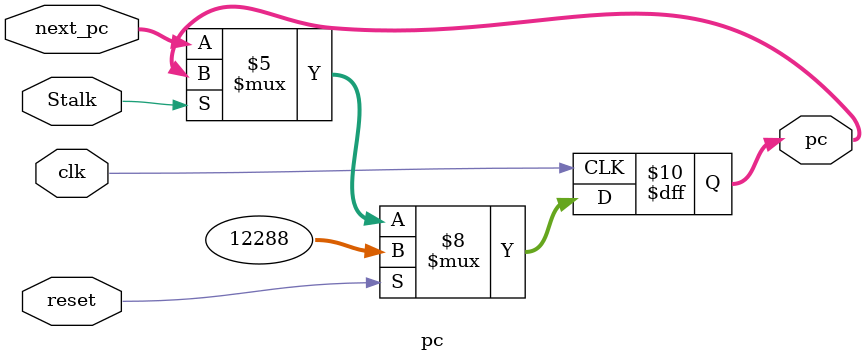
<source format=v>
`timescale 1ns / 1ps
module pc(
	input clk,
	input reset,
	input [31:0] next_pc,
	input Stalk,
	output reg [31:0] pc //´æ´¢ÏÖÔÚµÄpc
);
	parameter init = 32'h0000_3000;
	
	always @(posedge clk) begin //Í¬²½¸´Î» ×¢ÒâÃô¸ÐÐÅºÅµÄ±ä»¯
		if (reset == 1'b1) begin
			pc <= init;
		end else begin
			if (Stalk == 1'b1) begin
				pc <= pc; //¶³½áPC
				//$display("stalk pc:%h", pc);
			end else begin
				pc <= next_pc;
				//$display("next_pc:%h, pc:%h", next_pc, pc);
			end			
		end
	end


endmodule

</source>
